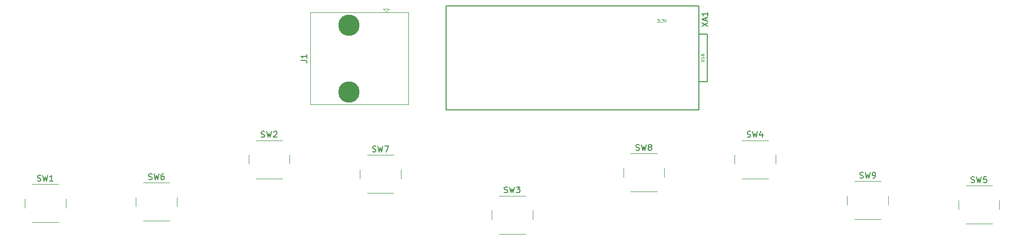
<source format=gbr>
%TF.GenerationSoftware,KiCad,Pcbnew,(6.0.7)*%
%TF.CreationDate,2022-10-03T11:37:18-05:00*%
%TF.ProjectId,FieldBangerPCB,4669656c-6442-4616-9e67-65725043422e,rev?*%
%TF.SameCoordinates,Original*%
%TF.FileFunction,Legend,Top*%
%TF.FilePolarity,Positive*%
%FSLAX46Y46*%
G04 Gerber Fmt 4.6, Leading zero omitted, Abs format (unit mm)*
G04 Created by KiCad (PCBNEW (6.0.7)) date 2022-10-03 11:37:18*
%MOMM*%
%LPD*%
G01*
G04 APERTURE LIST*
%ADD10C,0.150000*%
%ADD11C,0.075000*%
%ADD12C,0.120000*%
%ADD13C,3.650000*%
G04 APERTURE END LIST*
D10*
%TO.C,SW4*%
X168666666Y-59404761D02*
X168809523Y-59452380D01*
X169047619Y-59452380D01*
X169142857Y-59404761D01*
X169190476Y-59357142D01*
X169238095Y-59261904D01*
X169238095Y-59166666D01*
X169190476Y-59071428D01*
X169142857Y-59023809D01*
X169047619Y-58976190D01*
X168857142Y-58928571D01*
X168761904Y-58880952D01*
X168714285Y-58833333D01*
X168666666Y-58738095D01*
X168666666Y-58642857D01*
X168714285Y-58547619D01*
X168761904Y-58500000D01*
X168857142Y-58452380D01*
X169095238Y-58452380D01*
X169238095Y-58500000D01*
X169571428Y-58452380D02*
X169809523Y-59452380D01*
X170000000Y-58738095D01*
X170190476Y-59452380D01*
X170428571Y-58452380D01*
X171238095Y-58785714D02*
X171238095Y-59452380D01*
X171000000Y-58404761D02*
X170761904Y-59119047D01*
X171380952Y-59119047D01*
%TO.C,XA1*%
X160888380Y-40504095D02*
X161888380Y-39837428D01*
X160888380Y-39837428D02*
X161888380Y-40504095D01*
X161602666Y-39504095D02*
X161602666Y-39027904D01*
X161888380Y-39599333D02*
X160888380Y-39266000D01*
X161888380Y-38932666D01*
X161888380Y-38075523D02*
X161888380Y-38646952D01*
X161888380Y-38361238D02*
X160888380Y-38361238D01*
X161031238Y-38456476D01*
X161126476Y-38551714D01*
X161174095Y-38646952D01*
D11*
X153331904Y-39246190D02*
X153641428Y-39246190D01*
X153474761Y-39436666D01*
X153546190Y-39436666D01*
X153593809Y-39460476D01*
X153617619Y-39484285D01*
X153641428Y-39531904D01*
X153641428Y-39650952D01*
X153617619Y-39698571D01*
X153593809Y-39722380D01*
X153546190Y-39746190D01*
X153403333Y-39746190D01*
X153355714Y-39722380D01*
X153331904Y-39698571D01*
X153855714Y-39698571D02*
X153879523Y-39722380D01*
X153855714Y-39746190D01*
X153831904Y-39722380D01*
X153855714Y-39698571D01*
X153855714Y-39746190D01*
X154046190Y-39246190D02*
X154355714Y-39246190D01*
X154189047Y-39436666D01*
X154260476Y-39436666D01*
X154308095Y-39460476D01*
X154331904Y-39484285D01*
X154355714Y-39531904D01*
X154355714Y-39650952D01*
X154331904Y-39698571D01*
X154308095Y-39722380D01*
X154260476Y-39746190D01*
X154117619Y-39746190D01*
X154070000Y-39722380D01*
X154046190Y-39698571D01*
X154498571Y-39246190D02*
X154665238Y-39746190D01*
X154831904Y-39246190D01*
X160781190Y-46500952D02*
X161185952Y-46500952D01*
X161233571Y-46477142D01*
X161257380Y-46453333D01*
X161281190Y-46405714D01*
X161281190Y-46310476D01*
X161257380Y-46262857D01*
X161233571Y-46239047D01*
X161185952Y-46215238D01*
X160781190Y-46215238D01*
X161257380Y-46000952D02*
X161281190Y-45929523D01*
X161281190Y-45810476D01*
X161257380Y-45762857D01*
X161233571Y-45739047D01*
X161185952Y-45715238D01*
X161138333Y-45715238D01*
X161090714Y-45739047D01*
X161066904Y-45762857D01*
X161043095Y-45810476D01*
X161019285Y-45905714D01*
X160995476Y-45953333D01*
X160971666Y-45977142D01*
X160924047Y-46000952D01*
X160876428Y-46000952D01*
X160828809Y-45977142D01*
X160805000Y-45953333D01*
X160781190Y-45905714D01*
X160781190Y-45786666D01*
X160805000Y-45715238D01*
X161019285Y-45334285D02*
X161043095Y-45262857D01*
X161066904Y-45239047D01*
X161114523Y-45215238D01*
X161185952Y-45215238D01*
X161233571Y-45239047D01*
X161257380Y-45262857D01*
X161281190Y-45310476D01*
X161281190Y-45500952D01*
X160781190Y-45500952D01*
X160781190Y-45334285D01*
X160805000Y-45286666D01*
X160828809Y-45262857D01*
X160876428Y-45239047D01*
X160924047Y-45239047D01*
X160971666Y-45262857D01*
X160995476Y-45286666D01*
X161019285Y-45334285D01*
X161019285Y-45500952D01*
D10*
%TO.C,SW5*%
X206916666Y-67154761D02*
X207059523Y-67202380D01*
X207297619Y-67202380D01*
X207392857Y-67154761D01*
X207440476Y-67107142D01*
X207488095Y-67011904D01*
X207488095Y-66916666D01*
X207440476Y-66821428D01*
X207392857Y-66773809D01*
X207297619Y-66726190D01*
X207107142Y-66678571D01*
X207011904Y-66630952D01*
X206964285Y-66583333D01*
X206916666Y-66488095D01*
X206916666Y-66392857D01*
X206964285Y-66297619D01*
X207011904Y-66250000D01*
X207107142Y-66202380D01*
X207345238Y-66202380D01*
X207488095Y-66250000D01*
X207821428Y-66202380D02*
X208059523Y-67202380D01*
X208250000Y-66488095D01*
X208440476Y-67202380D01*
X208678571Y-66202380D01*
X209535714Y-66202380D02*
X209059523Y-66202380D01*
X209011904Y-66678571D01*
X209059523Y-66630952D01*
X209154761Y-66583333D01*
X209392857Y-66583333D01*
X209488095Y-66630952D01*
X209535714Y-66678571D01*
X209583333Y-66773809D01*
X209583333Y-67011904D01*
X209535714Y-67107142D01*
X209488095Y-67154761D01*
X209392857Y-67202380D01*
X209154761Y-67202380D01*
X209059523Y-67154761D01*
X209011904Y-67107142D01*
%TO.C,SW8*%
X149666666Y-61654761D02*
X149809523Y-61702380D01*
X150047619Y-61702380D01*
X150142857Y-61654761D01*
X150190476Y-61607142D01*
X150238095Y-61511904D01*
X150238095Y-61416666D01*
X150190476Y-61321428D01*
X150142857Y-61273809D01*
X150047619Y-61226190D01*
X149857142Y-61178571D01*
X149761904Y-61130952D01*
X149714285Y-61083333D01*
X149666666Y-60988095D01*
X149666666Y-60892857D01*
X149714285Y-60797619D01*
X149761904Y-60750000D01*
X149857142Y-60702380D01*
X150095238Y-60702380D01*
X150238095Y-60750000D01*
X150571428Y-60702380D02*
X150809523Y-61702380D01*
X151000000Y-60988095D01*
X151190476Y-61702380D01*
X151428571Y-60702380D01*
X151952380Y-61130952D02*
X151857142Y-61083333D01*
X151809523Y-61035714D01*
X151761904Y-60940476D01*
X151761904Y-60892857D01*
X151809523Y-60797619D01*
X151857142Y-60750000D01*
X151952380Y-60702380D01*
X152142857Y-60702380D01*
X152238095Y-60750000D01*
X152285714Y-60797619D01*
X152333333Y-60892857D01*
X152333333Y-60940476D01*
X152285714Y-61035714D01*
X152238095Y-61083333D01*
X152142857Y-61130952D01*
X151952380Y-61130952D01*
X151857142Y-61178571D01*
X151809523Y-61226190D01*
X151761904Y-61321428D01*
X151761904Y-61511904D01*
X151809523Y-61607142D01*
X151857142Y-61654761D01*
X151952380Y-61702380D01*
X152142857Y-61702380D01*
X152238095Y-61654761D01*
X152285714Y-61607142D01*
X152333333Y-61511904D01*
X152333333Y-61321428D01*
X152285714Y-61226190D01*
X152238095Y-61178571D01*
X152142857Y-61130952D01*
%TO.C,SW9*%
X187916666Y-66404761D02*
X188059523Y-66452380D01*
X188297619Y-66452380D01*
X188392857Y-66404761D01*
X188440476Y-66357142D01*
X188488095Y-66261904D01*
X188488095Y-66166666D01*
X188440476Y-66071428D01*
X188392857Y-66023809D01*
X188297619Y-65976190D01*
X188107142Y-65928571D01*
X188011904Y-65880952D01*
X187964285Y-65833333D01*
X187916666Y-65738095D01*
X187916666Y-65642857D01*
X187964285Y-65547619D01*
X188011904Y-65500000D01*
X188107142Y-65452380D01*
X188345238Y-65452380D01*
X188488095Y-65500000D01*
X188821428Y-65452380D02*
X189059523Y-66452380D01*
X189250000Y-65738095D01*
X189440476Y-66452380D01*
X189678571Y-65452380D01*
X190107142Y-66452380D02*
X190297619Y-66452380D01*
X190392857Y-66404761D01*
X190440476Y-66357142D01*
X190535714Y-66214285D01*
X190583333Y-66023809D01*
X190583333Y-65642857D01*
X190535714Y-65547619D01*
X190488095Y-65500000D01*
X190392857Y-65452380D01*
X190202380Y-65452380D01*
X190107142Y-65500000D01*
X190059523Y-65547619D01*
X190011904Y-65642857D01*
X190011904Y-65880952D01*
X190059523Y-65976190D01*
X190107142Y-66023809D01*
X190202380Y-66071428D01*
X190392857Y-66071428D01*
X190488095Y-66023809D01*
X190535714Y-65976190D01*
X190583333Y-65880952D01*
%TO.C,J1*%
X92452380Y-46325833D02*
X93166666Y-46325833D01*
X93309523Y-46373452D01*
X93404761Y-46468690D01*
X93452380Y-46611547D01*
X93452380Y-46706785D01*
X93452380Y-45325833D02*
X93452380Y-45897261D01*
X93452380Y-45611547D02*
X92452380Y-45611547D01*
X92595238Y-45706785D01*
X92690476Y-45802023D01*
X92738095Y-45897261D01*
%TO.C,SW3*%
X127166666Y-68904761D02*
X127309523Y-68952380D01*
X127547619Y-68952380D01*
X127642857Y-68904761D01*
X127690476Y-68857142D01*
X127738095Y-68761904D01*
X127738095Y-68666666D01*
X127690476Y-68571428D01*
X127642857Y-68523809D01*
X127547619Y-68476190D01*
X127357142Y-68428571D01*
X127261904Y-68380952D01*
X127214285Y-68333333D01*
X127166666Y-68238095D01*
X127166666Y-68142857D01*
X127214285Y-68047619D01*
X127261904Y-68000000D01*
X127357142Y-67952380D01*
X127595238Y-67952380D01*
X127738095Y-68000000D01*
X128071428Y-67952380D02*
X128309523Y-68952380D01*
X128500000Y-68238095D01*
X128690476Y-68952380D01*
X128928571Y-67952380D01*
X129214285Y-67952380D02*
X129833333Y-67952380D01*
X129500000Y-68333333D01*
X129642857Y-68333333D01*
X129738095Y-68380952D01*
X129785714Y-68428571D01*
X129833333Y-68523809D01*
X129833333Y-68761904D01*
X129785714Y-68857142D01*
X129738095Y-68904761D01*
X129642857Y-68952380D01*
X129357142Y-68952380D01*
X129261904Y-68904761D01*
X129214285Y-68857142D01*
%TO.C,SW6*%
X66416666Y-66654761D02*
X66559523Y-66702380D01*
X66797619Y-66702380D01*
X66892857Y-66654761D01*
X66940476Y-66607142D01*
X66988095Y-66511904D01*
X66988095Y-66416666D01*
X66940476Y-66321428D01*
X66892857Y-66273809D01*
X66797619Y-66226190D01*
X66607142Y-66178571D01*
X66511904Y-66130952D01*
X66464285Y-66083333D01*
X66416666Y-65988095D01*
X66416666Y-65892857D01*
X66464285Y-65797619D01*
X66511904Y-65750000D01*
X66607142Y-65702380D01*
X66845238Y-65702380D01*
X66988095Y-65750000D01*
X67321428Y-65702380D02*
X67559523Y-66702380D01*
X67750000Y-65988095D01*
X67940476Y-66702380D01*
X68178571Y-65702380D01*
X68988095Y-65702380D02*
X68797619Y-65702380D01*
X68702380Y-65750000D01*
X68654761Y-65797619D01*
X68559523Y-65940476D01*
X68511904Y-66130952D01*
X68511904Y-66511904D01*
X68559523Y-66607142D01*
X68607142Y-66654761D01*
X68702380Y-66702380D01*
X68892857Y-66702380D01*
X68988095Y-66654761D01*
X69035714Y-66607142D01*
X69083333Y-66511904D01*
X69083333Y-66273809D01*
X69035714Y-66178571D01*
X68988095Y-66130952D01*
X68892857Y-66083333D01*
X68702380Y-66083333D01*
X68607142Y-66130952D01*
X68559523Y-66178571D01*
X68511904Y-66273809D01*
%TO.C,SW2*%
X85666666Y-59404761D02*
X85809523Y-59452380D01*
X86047619Y-59452380D01*
X86142857Y-59404761D01*
X86190476Y-59357142D01*
X86238095Y-59261904D01*
X86238095Y-59166666D01*
X86190476Y-59071428D01*
X86142857Y-59023809D01*
X86047619Y-58976190D01*
X85857142Y-58928571D01*
X85761904Y-58880952D01*
X85714285Y-58833333D01*
X85666666Y-58738095D01*
X85666666Y-58642857D01*
X85714285Y-58547619D01*
X85761904Y-58500000D01*
X85857142Y-58452380D01*
X86095238Y-58452380D01*
X86238095Y-58500000D01*
X86571428Y-58452380D02*
X86809523Y-59452380D01*
X87000000Y-58738095D01*
X87190476Y-59452380D01*
X87428571Y-58452380D01*
X87761904Y-58547619D02*
X87809523Y-58500000D01*
X87904761Y-58452380D01*
X88142857Y-58452380D01*
X88238095Y-58500000D01*
X88285714Y-58547619D01*
X88333333Y-58642857D01*
X88333333Y-58738095D01*
X88285714Y-58880952D01*
X87714285Y-59452380D01*
X88333333Y-59452380D01*
%TO.C,SW7*%
X104666666Y-61904761D02*
X104809523Y-61952380D01*
X105047619Y-61952380D01*
X105142857Y-61904761D01*
X105190476Y-61857142D01*
X105238095Y-61761904D01*
X105238095Y-61666666D01*
X105190476Y-61571428D01*
X105142857Y-61523809D01*
X105047619Y-61476190D01*
X104857142Y-61428571D01*
X104761904Y-61380952D01*
X104714285Y-61333333D01*
X104666666Y-61238095D01*
X104666666Y-61142857D01*
X104714285Y-61047619D01*
X104761904Y-61000000D01*
X104857142Y-60952380D01*
X105095238Y-60952380D01*
X105238095Y-61000000D01*
X105571428Y-60952380D02*
X105809523Y-61952380D01*
X106000000Y-61238095D01*
X106190476Y-61952380D01*
X106428571Y-60952380D01*
X106714285Y-60952380D02*
X107380952Y-60952380D01*
X106952380Y-61952380D01*
%TO.C,SW1*%
X47416666Y-66904761D02*
X47559523Y-66952380D01*
X47797619Y-66952380D01*
X47892857Y-66904761D01*
X47940476Y-66857142D01*
X47988095Y-66761904D01*
X47988095Y-66666666D01*
X47940476Y-66571428D01*
X47892857Y-66523809D01*
X47797619Y-66476190D01*
X47607142Y-66428571D01*
X47511904Y-66380952D01*
X47464285Y-66333333D01*
X47416666Y-66238095D01*
X47416666Y-66142857D01*
X47464285Y-66047619D01*
X47511904Y-66000000D01*
X47607142Y-65952380D01*
X47845238Y-65952380D01*
X47988095Y-66000000D01*
X48321428Y-65952380D02*
X48559523Y-66952380D01*
X48750000Y-66238095D01*
X48940476Y-66952380D01*
X49178571Y-65952380D01*
X50083333Y-66952380D02*
X49511904Y-66952380D01*
X49797619Y-66952380D02*
X49797619Y-65952380D01*
X49702380Y-66095238D01*
X49607142Y-66190476D01*
X49511904Y-66238095D01*
D12*
%TO.C,SW4*%
X172250000Y-60000000D02*
X167750000Y-60000000D01*
X167750000Y-66500000D02*
X172250000Y-66500000D01*
X173500000Y-64000000D02*
X173500000Y-62500000D01*
X166500000Y-62500000D02*
X166500000Y-64000000D01*
D10*
%TO.C,XA1*%
X117240000Y-36980000D02*
X160420000Y-36980000D01*
X117240000Y-54760000D02*
X160420000Y-54760000D01*
X160420000Y-54760000D02*
X160420000Y-36980000D01*
X117240000Y-54760000D02*
X117240000Y-36980000D01*
X160420000Y-49934000D02*
X161870000Y-49934000D01*
X161870000Y-49934000D02*
X161870000Y-41806000D01*
X161870000Y-41806000D02*
X160420000Y-41806000D01*
D12*
%TO.C,SW5*%
X211750000Y-71750000D02*
X211750000Y-70250000D01*
X210500000Y-67750000D02*
X206000000Y-67750000D01*
X206000000Y-74250000D02*
X210500000Y-74250000D01*
X204750000Y-70250000D02*
X204750000Y-71750000D01*
%TO.C,SW8*%
X148750000Y-68750000D02*
X153250000Y-68750000D01*
X153250000Y-62250000D02*
X148750000Y-62250000D01*
X147500000Y-64750000D02*
X147500000Y-66250000D01*
X154500000Y-66250000D02*
X154500000Y-64750000D01*
%TO.C,SW9*%
X187000000Y-73500000D02*
X191500000Y-73500000D01*
X191500000Y-67000000D02*
X187000000Y-67000000D01*
X185750000Y-69500000D02*
X185750000Y-71000000D01*
X192750000Y-71000000D02*
X192750000Y-69500000D01*
%TO.C,J1*%
X110790000Y-53852500D02*
X94050000Y-53852500D01*
X110790000Y-38122500D02*
X94050000Y-38122500D01*
X107000000Y-38042500D02*
X107500000Y-37542500D01*
X107500000Y-37542500D02*
X106500000Y-37542500D01*
X94050000Y-53852500D02*
X94050000Y-38122500D01*
X106500000Y-37542500D02*
X107000000Y-38042500D01*
X110790000Y-53842500D02*
X110790000Y-38122500D01*
%TO.C,SW3*%
X125000000Y-72000000D02*
X125000000Y-73500000D01*
X132000000Y-73500000D02*
X132000000Y-72000000D01*
X130750000Y-69500000D02*
X126250000Y-69500000D01*
X126250000Y-76000000D02*
X130750000Y-76000000D01*
%TO.C,SW6*%
X65500000Y-73750000D02*
X70000000Y-73750000D01*
X70000000Y-67250000D02*
X65500000Y-67250000D01*
X64250000Y-69750000D02*
X64250000Y-71250000D01*
X71250000Y-71250000D02*
X71250000Y-69750000D01*
%TO.C,SW2*%
X83500000Y-62500000D02*
X83500000Y-64000000D01*
X90500000Y-64000000D02*
X90500000Y-62500000D01*
X84750000Y-66500000D02*
X89250000Y-66500000D01*
X89250000Y-60000000D02*
X84750000Y-60000000D01*
%TO.C,SW7*%
X102500000Y-65000000D02*
X102500000Y-66500000D01*
X103750000Y-69000000D02*
X108250000Y-69000000D01*
X108250000Y-62500000D02*
X103750000Y-62500000D01*
X109500000Y-66500000D02*
X109500000Y-65000000D01*
%TO.C,SW1*%
X45250000Y-70000000D02*
X45250000Y-71500000D01*
X46500000Y-74000000D02*
X51000000Y-74000000D01*
X52250000Y-71500000D02*
X52250000Y-70000000D01*
X51000000Y-67500000D02*
X46500000Y-67500000D01*
%TD*%
D13*
%TO.C,J1*%
X100650000Y-51702500D03*
X100650000Y-40272500D03*
%TD*%
M02*

</source>
